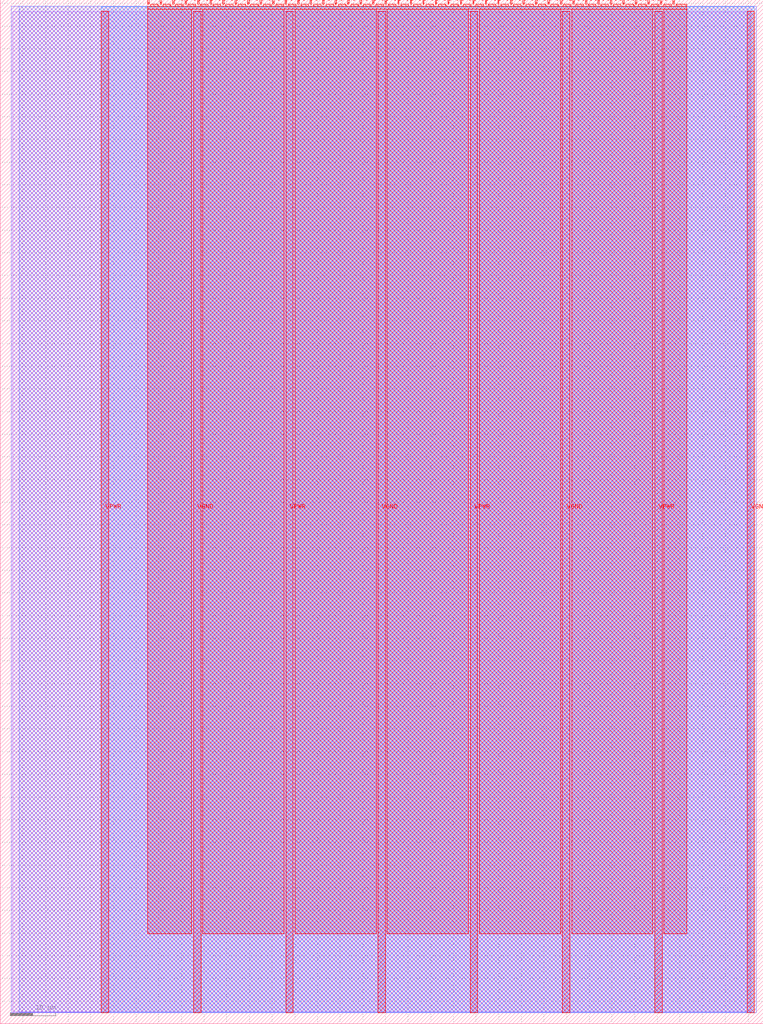
<source format=lef>
VERSION 5.7 ;
  NOWIREEXTENSIONATPIN ON ;
  DIVIDERCHAR "/" ;
  BUSBITCHARS "[]" ;
MACRO tt_um_jaylennee_wta_pwm
  CLASS BLOCK ;
  FOREIGN tt_um_jaylennee_wta_pwm ;
  ORIGIN 0.000 0.000 ;
  SIZE 168.360 BY 225.760 ;
  PIN VGND
    DIRECTION INOUT ;
    USE GROUND ;
    PORT
      LAYER met4 ;
        RECT 42.670 2.480 44.270 223.280 ;
    END
    PORT
      LAYER met4 ;
        RECT 83.380 2.480 84.980 223.280 ;
    END
    PORT
      LAYER met4 ;
        RECT 124.090 2.480 125.690 223.280 ;
    END
    PORT
      LAYER met4 ;
        RECT 164.800 2.480 166.400 223.280 ;
    END
  END VGND
  PIN VPWR
    DIRECTION INOUT ;
    USE POWER ;
    PORT
      LAYER met4 ;
        RECT 22.315 2.480 23.915 223.280 ;
    END
    PORT
      LAYER met4 ;
        RECT 63.025 2.480 64.625 223.280 ;
    END
    PORT
      LAYER met4 ;
        RECT 103.735 2.480 105.335 223.280 ;
    END
    PORT
      LAYER met4 ;
        RECT 144.445 2.480 146.045 223.280 ;
    END
  END VPWR
  PIN clk
    DIRECTION INPUT ;
    USE SIGNAL ;
    ANTENNAGATEAREA 0.852000 ;
    PORT
      LAYER met4 ;
        RECT 145.670 224.760 145.970 225.760 ;
    END
  END clk
  PIN ena
    DIRECTION INPUT ;
    USE SIGNAL ;
    PORT
      LAYER met4 ;
        RECT 148.430 224.760 148.730 225.760 ;
    END
  END ena
  PIN rst_n
    DIRECTION INPUT ;
    USE SIGNAL ;
    ANTENNAGATEAREA 0.196500 ;
    PORT
      LAYER met4 ;
        RECT 142.910 224.760 143.210 225.760 ;
    END
  END rst_n
  PIN ui_in[0]
    DIRECTION INPUT ;
    USE SIGNAL ;
    ANTENNAGATEAREA 0.196500 ;
    PORT
      LAYER met4 ;
        RECT 140.150 224.760 140.450 225.760 ;
    END
  END ui_in[0]
  PIN ui_in[1]
    DIRECTION INPUT ;
    USE SIGNAL ;
    ANTENNAGATEAREA 0.213000 ;
    PORT
      LAYER met4 ;
        RECT 137.390 224.760 137.690 225.760 ;
    END
  END ui_in[1]
  PIN ui_in[2]
    DIRECTION INPUT ;
    USE SIGNAL ;
    ANTENNAGATEAREA 0.196500 ;
    PORT
      LAYER met4 ;
        RECT 134.630 224.760 134.930 225.760 ;
    END
  END ui_in[2]
  PIN ui_in[3]
    DIRECTION INPUT ;
    USE SIGNAL ;
    ANTENNAGATEAREA 0.196500 ;
    PORT
      LAYER met4 ;
        RECT 131.870 224.760 132.170 225.760 ;
    END
  END ui_in[3]
  PIN ui_in[4]
    DIRECTION INPUT ;
    USE SIGNAL ;
    ANTENNAGATEAREA 0.247500 ;
    PORT
      LAYER met4 ;
        RECT 129.110 224.760 129.410 225.760 ;
    END
  END ui_in[4]
  PIN ui_in[5]
    DIRECTION INPUT ;
    USE SIGNAL ;
    PORT
      LAYER met4 ;
        RECT 126.350 224.760 126.650 225.760 ;
    END
  END ui_in[5]
  PIN ui_in[6]
    DIRECTION INPUT ;
    USE SIGNAL ;
    PORT
      LAYER met4 ;
        RECT 123.590 224.760 123.890 225.760 ;
    END
  END ui_in[6]
  PIN ui_in[7]
    DIRECTION INPUT ;
    USE SIGNAL ;
    PORT
      LAYER met4 ;
        RECT 120.830 224.760 121.130 225.760 ;
    END
  END ui_in[7]
  PIN uio_in[0]
    DIRECTION INPUT ;
    USE SIGNAL ;
    ANTENNAGATEAREA 0.196500 ;
    PORT
      LAYER met4 ;
        RECT 118.070 224.760 118.370 225.760 ;
    END
  END uio_in[0]
  PIN uio_in[1]
    DIRECTION INPUT ;
    USE SIGNAL ;
    ANTENNAGATEAREA 0.196500 ;
    PORT
      LAYER met4 ;
        RECT 115.310 224.760 115.610 225.760 ;
    END
  END uio_in[1]
  PIN uio_in[2]
    DIRECTION INPUT ;
    USE SIGNAL ;
    ANTENNAGATEAREA 0.196500 ;
    PORT
      LAYER met4 ;
        RECT 112.550 224.760 112.850 225.760 ;
    END
  END uio_in[2]
  PIN uio_in[3]
    DIRECTION INPUT ;
    USE SIGNAL ;
    ANTENNAGATEAREA 0.196500 ;
    PORT
      LAYER met4 ;
        RECT 109.790 224.760 110.090 225.760 ;
    END
  END uio_in[3]
  PIN uio_in[4]
    DIRECTION INPUT ;
    USE SIGNAL ;
    ANTENNAGATEAREA 0.196500 ;
    PORT
      LAYER met4 ;
        RECT 107.030 224.760 107.330 225.760 ;
    END
  END uio_in[4]
  PIN uio_in[5]
    DIRECTION INPUT ;
    USE SIGNAL ;
    ANTENNAGATEAREA 0.196500 ;
    PORT
      LAYER met4 ;
        RECT 104.270 224.760 104.570 225.760 ;
    END
  END uio_in[5]
  PIN uio_in[6]
    DIRECTION INPUT ;
    USE SIGNAL ;
    ANTENNAGATEAREA 0.196500 ;
    PORT
      LAYER met4 ;
        RECT 101.510 224.760 101.810 225.760 ;
    END
  END uio_in[6]
  PIN uio_in[7]
    DIRECTION INPUT ;
    USE SIGNAL ;
    ANTENNAGATEAREA 0.196500 ;
    PORT
      LAYER met4 ;
        RECT 98.750 224.760 99.050 225.760 ;
    END
  END uio_in[7]
  PIN uio_oe[0]
    DIRECTION OUTPUT TRISTATE ;
    USE SIGNAL ;
    PORT
      LAYER met4 ;
        RECT 51.830 224.760 52.130 225.760 ;
    END
  END uio_oe[0]
  PIN uio_oe[1]
    DIRECTION OUTPUT TRISTATE ;
    USE SIGNAL ;
    PORT
      LAYER met4 ;
        RECT 49.070 224.760 49.370 225.760 ;
    END
  END uio_oe[1]
  PIN uio_oe[2]
    DIRECTION OUTPUT TRISTATE ;
    USE SIGNAL ;
    PORT
      LAYER met4 ;
        RECT 46.310 224.760 46.610 225.760 ;
    END
  END uio_oe[2]
  PIN uio_oe[3]
    DIRECTION OUTPUT TRISTATE ;
    USE SIGNAL ;
    PORT
      LAYER met4 ;
        RECT 43.550 224.760 43.850 225.760 ;
    END
  END uio_oe[3]
  PIN uio_oe[4]
    DIRECTION OUTPUT TRISTATE ;
    USE SIGNAL ;
    PORT
      LAYER met4 ;
        RECT 40.790 224.760 41.090 225.760 ;
    END
  END uio_oe[4]
  PIN uio_oe[5]
    DIRECTION OUTPUT TRISTATE ;
    USE SIGNAL ;
    PORT
      LAYER met4 ;
        RECT 38.030 224.760 38.330 225.760 ;
    END
  END uio_oe[5]
  PIN uio_oe[6]
    DIRECTION OUTPUT TRISTATE ;
    USE SIGNAL ;
    PORT
      LAYER met4 ;
        RECT 35.270 224.760 35.570 225.760 ;
    END
  END uio_oe[6]
  PIN uio_oe[7]
    DIRECTION OUTPUT TRISTATE ;
    USE SIGNAL ;
    PORT
      LAYER met4 ;
        RECT 32.510 224.760 32.810 225.760 ;
    END
  END uio_oe[7]
  PIN uio_out[0]
    DIRECTION OUTPUT TRISTATE ;
    USE SIGNAL ;
    PORT
      LAYER met4 ;
        RECT 73.910 224.760 74.210 225.760 ;
    END
  END uio_out[0]
  PIN uio_out[1]
    DIRECTION OUTPUT TRISTATE ;
    USE SIGNAL ;
    PORT
      LAYER met4 ;
        RECT 71.150 224.760 71.450 225.760 ;
    END
  END uio_out[1]
  PIN uio_out[2]
    DIRECTION OUTPUT TRISTATE ;
    USE SIGNAL ;
    PORT
      LAYER met4 ;
        RECT 68.390 224.760 68.690 225.760 ;
    END
  END uio_out[2]
  PIN uio_out[3]
    DIRECTION OUTPUT TRISTATE ;
    USE SIGNAL ;
    PORT
      LAYER met4 ;
        RECT 65.630 224.760 65.930 225.760 ;
    END
  END uio_out[3]
  PIN uio_out[4]
    DIRECTION OUTPUT TRISTATE ;
    USE SIGNAL ;
    PORT
      LAYER met4 ;
        RECT 62.870 224.760 63.170 225.760 ;
    END
  END uio_out[4]
  PIN uio_out[5]
    DIRECTION OUTPUT TRISTATE ;
    USE SIGNAL ;
    PORT
      LAYER met4 ;
        RECT 60.110 224.760 60.410 225.760 ;
    END
  END uio_out[5]
  PIN uio_out[6]
    DIRECTION OUTPUT TRISTATE ;
    USE SIGNAL ;
    PORT
      LAYER met4 ;
        RECT 57.350 224.760 57.650 225.760 ;
    END
  END uio_out[6]
  PIN uio_out[7]
    DIRECTION OUTPUT TRISTATE ;
    USE SIGNAL ;
    PORT
      LAYER met4 ;
        RECT 54.590 224.760 54.890 225.760 ;
    END
  END uio_out[7]
  PIN uo_out[0]
    DIRECTION OUTPUT TRISTATE ;
    USE SIGNAL ;
    ANTENNADIFFAREA 0.795200 ;
    PORT
      LAYER met4 ;
        RECT 95.990 224.760 96.290 225.760 ;
    END
  END uo_out[0]
  PIN uo_out[1]
    DIRECTION OUTPUT TRISTATE ;
    USE SIGNAL ;
    ANTENNADIFFAREA 0.795200 ;
    PORT
      LAYER met4 ;
        RECT 93.230 224.760 93.530 225.760 ;
    END
  END uo_out[1]
  PIN uo_out[2]
    DIRECTION OUTPUT TRISTATE ;
    USE SIGNAL ;
    ANTENNADIFFAREA 0.795200 ;
    PORT
      LAYER met4 ;
        RECT 90.470 224.760 90.770 225.760 ;
    END
  END uo_out[2]
  PIN uo_out[3]
    DIRECTION OUTPUT TRISTATE ;
    USE SIGNAL ;
    ANTENNADIFFAREA 0.795200 ;
    PORT
      LAYER met4 ;
        RECT 87.710 224.760 88.010 225.760 ;
    END
  END uo_out[3]
  PIN uo_out[4]
    DIRECTION OUTPUT TRISTATE ;
    USE SIGNAL ;
    ANTENNADIFFAREA 0.795200 ;
    PORT
      LAYER met4 ;
        RECT 84.950 224.760 85.250 225.760 ;
    END
  END uo_out[4]
  PIN uo_out[5]
    DIRECTION OUTPUT TRISTATE ;
    USE SIGNAL ;
    ANTENNADIFFAREA 0.795200 ;
    PORT
      LAYER met4 ;
        RECT 82.190 224.760 82.490 225.760 ;
    END
  END uo_out[5]
  PIN uo_out[6]
    DIRECTION OUTPUT TRISTATE ;
    USE SIGNAL ;
    ANTENNADIFFAREA 0.795200 ;
    PORT
      LAYER met4 ;
        RECT 79.430 224.760 79.730 225.760 ;
    END
  END uo_out[6]
  PIN uo_out[7]
    DIRECTION OUTPUT TRISTATE ;
    USE SIGNAL ;
    ANTENNADIFFAREA 0.795200 ;
    PORT
      LAYER met4 ;
        RECT 76.670 224.760 76.970 225.760 ;
    END
  END uo_out[7]
  OBS
      LAYER li1 ;
        RECT 2.760 2.635 165.600 223.125 ;
      LAYER met1 ;
        RECT 2.460 2.480 166.820 224.360 ;
      LAYER met2 ;
        RECT 4.240 2.535 166.370 224.390 ;
      LAYER met3 ;
        RECT 22.325 2.555 166.390 224.225 ;
      LAYER met4 ;
        RECT 33.210 224.360 34.870 224.760 ;
        RECT 35.970 224.360 37.630 224.760 ;
        RECT 38.730 224.360 40.390 224.760 ;
        RECT 41.490 224.360 43.150 224.760 ;
        RECT 44.250 224.360 45.910 224.760 ;
        RECT 47.010 224.360 48.670 224.760 ;
        RECT 49.770 224.360 51.430 224.760 ;
        RECT 52.530 224.360 54.190 224.760 ;
        RECT 55.290 224.360 56.950 224.760 ;
        RECT 58.050 224.360 59.710 224.760 ;
        RECT 60.810 224.360 62.470 224.760 ;
        RECT 63.570 224.360 65.230 224.760 ;
        RECT 66.330 224.360 67.990 224.760 ;
        RECT 69.090 224.360 70.750 224.760 ;
        RECT 71.850 224.360 73.510 224.760 ;
        RECT 74.610 224.360 76.270 224.760 ;
        RECT 77.370 224.360 79.030 224.760 ;
        RECT 80.130 224.360 81.790 224.760 ;
        RECT 82.890 224.360 84.550 224.760 ;
        RECT 85.650 224.360 87.310 224.760 ;
        RECT 88.410 224.360 90.070 224.760 ;
        RECT 91.170 224.360 92.830 224.760 ;
        RECT 93.930 224.360 95.590 224.760 ;
        RECT 96.690 224.360 98.350 224.760 ;
        RECT 99.450 224.360 101.110 224.760 ;
        RECT 102.210 224.360 103.870 224.760 ;
        RECT 104.970 224.360 106.630 224.760 ;
        RECT 107.730 224.360 109.390 224.760 ;
        RECT 110.490 224.360 112.150 224.760 ;
        RECT 113.250 224.360 114.910 224.760 ;
        RECT 116.010 224.360 117.670 224.760 ;
        RECT 118.770 224.360 120.430 224.760 ;
        RECT 121.530 224.360 123.190 224.760 ;
        RECT 124.290 224.360 125.950 224.760 ;
        RECT 127.050 224.360 128.710 224.760 ;
        RECT 129.810 224.360 131.470 224.760 ;
        RECT 132.570 224.360 134.230 224.760 ;
        RECT 135.330 224.360 136.990 224.760 ;
        RECT 138.090 224.360 139.750 224.760 ;
        RECT 140.850 224.360 142.510 224.760 ;
        RECT 143.610 224.360 145.270 224.760 ;
        RECT 146.370 224.360 148.030 224.760 ;
        RECT 149.130 224.360 151.505 224.760 ;
        RECT 32.495 223.680 151.505 224.360 ;
        RECT 32.495 19.895 42.270 223.680 ;
        RECT 44.670 19.895 62.625 223.680 ;
        RECT 65.025 19.895 82.980 223.680 ;
        RECT 85.380 19.895 103.335 223.680 ;
        RECT 105.735 19.895 123.690 223.680 ;
        RECT 126.090 19.895 144.045 223.680 ;
        RECT 146.445 19.895 151.505 223.680 ;
  END
END tt_um_jaylennee_wta_pwm
END LIBRARY


</source>
